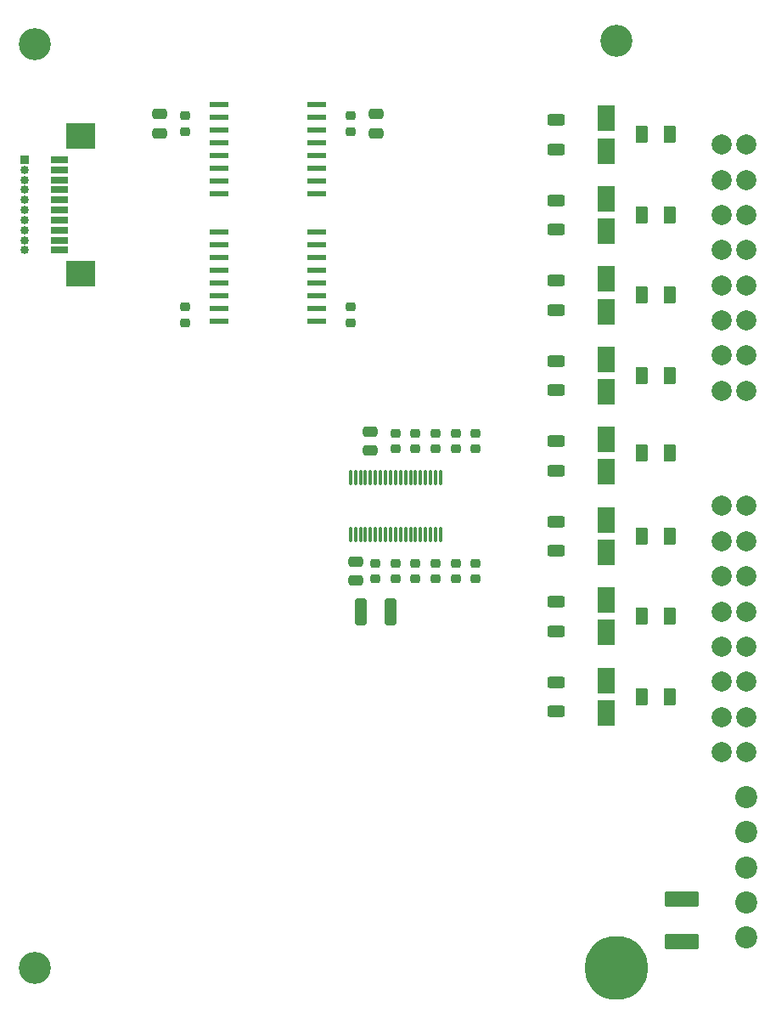
<source format=gbr>
%TF.GenerationSoftware,KiCad,Pcbnew,9.0.2*%
%TF.CreationDate,2025-05-30T08:26:37+03:00*%
%TF.ProjectId,PM-CNV_AI8-IU,504d2d43-4e56-45f4-9149-382d49552e6b,rev?*%
%TF.SameCoordinates,Original*%
%TF.FileFunction,Soldermask,Top*%
%TF.FilePolarity,Negative*%
%FSLAX46Y46*%
G04 Gerber Fmt 4.6, Leading zero omitted, Abs format (unit mm)*
G04 Created by KiCad (PCBNEW 9.0.2) date 2025-05-30 08:26:37*
%MOMM*%
%LPD*%
G01*
G04 APERTURE LIST*
G04 Aperture macros list*
%AMRoundRect*
0 Rectangle with rounded corners*
0 $1 Rounding radius*
0 $2 $3 $4 $5 $6 $7 $8 $9 X,Y pos of 4 corners*
0 Add a 4 corners polygon primitive as box body*
4,1,4,$2,$3,$4,$5,$6,$7,$8,$9,$2,$3,0*
0 Add four circle primitives for the rounded corners*
1,1,$1+$1,$2,$3*
1,1,$1+$1,$4,$5*
1,1,$1+$1,$6,$7*
1,1,$1+$1,$8,$9*
0 Add four rect primitives between the rounded corners*
20,1,$1+$1,$2,$3,$4,$5,0*
20,1,$1+$1,$4,$5,$6,$7,0*
20,1,$1+$1,$6,$7,$8,$9,0*
20,1,$1+$1,$8,$9,$2,$3,0*%
G04 Aperture macros list end*
%ADD10RoundRect,0.250000X-0.375000X-0.625000X0.375000X-0.625000X0.375000X0.625000X-0.375000X0.625000X0*%
%ADD11R,1.854200X0.482600*%
%ADD12C,3.200000*%
%ADD13R,1.651000X2.565400*%
%ADD14C,2.000000*%
%ADD15RoundRect,0.225000X0.250000X-0.225000X0.250000X0.225000X-0.250000X0.225000X-0.250000X-0.225000X0*%
%ADD16RoundRect,0.250000X-0.625000X0.312500X-0.625000X-0.312500X0.625000X-0.312500X0.625000X0.312500X0*%
%ADD17R,0.850000X0.850000*%
%ADD18O,0.850000X0.850000*%
%ADD19RoundRect,0.250000X0.325000X1.100000X-0.325000X1.100000X-0.325000X-1.100000X0.325000X-1.100000X0*%
%ADD20RoundRect,0.250000X0.475000X-0.250000X0.475000X0.250000X-0.475000X0.250000X-0.475000X-0.250000X0*%
%ADD21RoundRect,0.250000X-0.475000X0.250000X-0.475000X-0.250000X0.475000X-0.250000X0.475000X0.250000X0*%
%ADD22RoundRect,0.225000X-0.250000X0.225000X-0.250000X-0.225000X0.250000X-0.225000X0.250000X0.225000X0*%
%ADD23O,6.350000X6.350000*%
%ADD24C,2.200000*%
%ADD25R,1.803400X0.635000*%
%ADD26R,2.997200X2.590800*%
%ADD27RoundRect,0.075000X0.075000X-0.662500X0.075000X0.662500X-0.075000X0.662500X-0.075000X-0.662500X0*%
%ADD28RoundRect,0.250000X1.450000X-0.537500X1.450000X0.537500X-1.450000X0.537500X-1.450000X-0.537500X0*%
G04 APERTURE END LIST*
D10*
%TO.C,F2*%
X24600000Y29000000D03*
X27400000Y29000000D03*
%TD*%
%TO.C,F7*%
X24600000Y-11000000D03*
X27400000Y-11000000D03*
%TD*%
D11*
%TO.C,U2*%
X-17576800Y40005000D03*
X-17576800Y38735000D03*
X-17576800Y37465000D03*
X-17576800Y36195000D03*
X-17576800Y34925000D03*
X-17576800Y33655000D03*
X-17576800Y32385000D03*
X-17576800Y31115000D03*
X-7823200Y31115000D03*
X-7823200Y32385000D03*
X-7823200Y33655000D03*
X-7823200Y34925000D03*
X-7823200Y36195000D03*
X-7823200Y37465000D03*
X-7823200Y38735000D03*
X-7823200Y40005000D03*
%TD*%
D12*
%TO.C,H2*%
X22000000Y46390000D03*
%TD*%
D13*
%TO.C,D5*%
X21000000Y3387100D03*
X21000000Y6612900D03*
%TD*%
D14*
%TO.C,J5*%
X32500000Y-24500000D03*
X32500000Y-21000000D03*
X32500000Y-17500000D03*
X32500000Y-14000000D03*
X32500000Y-10500000D03*
X32500000Y-7000000D03*
X32500000Y-3500000D03*
X32500000Y0D03*
X35000000Y-24500000D03*
X35000000Y-21000000D03*
X35000000Y-17500000D03*
X35000000Y-14000000D03*
X35000000Y-10500000D03*
X35000000Y-7000000D03*
X35000000Y-3500000D03*
X35000000Y0D03*
%TD*%
D15*
%TO.C,C5*%
X-4445000Y37325000D03*
X-4445000Y38875000D03*
%TD*%
D16*
%TO.C,R6*%
X16000000Y-1537500D03*
X16000000Y-4462500D03*
%TD*%
D10*
%TO.C,F3*%
X24600000Y21000000D03*
X27400000Y21000000D03*
%TD*%
D15*
%TO.C,C13*%
X2000000Y5725000D03*
X2000000Y7275000D03*
%TD*%
D17*
%TO.C,J3*%
X-37000000Y34500000D03*
D18*
X-37000000Y33500000D03*
X-37000000Y32500000D03*
X-37000000Y31500000D03*
X-37000000Y30500000D03*
X-37000000Y29500000D03*
X-37000000Y28500000D03*
X-37000000Y27500000D03*
X-37000000Y26500000D03*
X-37000000Y25500000D03*
%TD*%
D13*
%TO.C,D3*%
X21000000Y19387100D03*
X21000000Y22612900D03*
%TD*%
D14*
%TO.C,J4*%
X32500000Y11500000D03*
X32500000Y15000000D03*
X32500000Y18500000D03*
X32500000Y22000000D03*
X32500000Y25500000D03*
X32500000Y29000000D03*
X32500000Y32500000D03*
X32500000Y36000000D03*
X35000000Y11500000D03*
X35000000Y15000000D03*
X35000000Y18500000D03*
X35000000Y22000000D03*
X35000000Y25500000D03*
X35000000Y29000000D03*
X35000000Y32500000D03*
X35000000Y36000000D03*
%TD*%
D16*
%TO.C,R1*%
X16000000Y38462500D03*
X16000000Y35537500D03*
%TD*%
D15*
%TO.C,C11*%
X0Y5725000D03*
X0Y7275000D03*
%TD*%
D16*
%TO.C,R4*%
X16000000Y14462500D03*
X16000000Y11537500D03*
%TD*%
D19*
%TO.C,C7*%
X-525000Y-10500000D03*
X-3475000Y-10500000D03*
%TD*%
D16*
%TO.C,R2*%
X16000000Y30462500D03*
X16000000Y27537500D03*
%TD*%
D20*
%TO.C,C1*%
X-23495000Y37150000D03*
X-23495000Y39050000D03*
%TD*%
D11*
%TO.C,U3*%
X-17576800Y27305000D03*
X-17576800Y26035000D03*
X-17576800Y24765000D03*
X-17576800Y23495000D03*
X-17576800Y22225000D03*
X-17576800Y20955000D03*
X-17576800Y19685000D03*
X-17576800Y18415000D03*
X-7823200Y18415000D03*
X-7823200Y19685000D03*
X-7823200Y20955000D03*
X-7823200Y22225000D03*
X-7823200Y23495000D03*
X-7823200Y24765000D03*
X-7823200Y26035000D03*
X-7823200Y27305000D03*
%TD*%
D15*
%TO.C,C3*%
X-20955000Y18275000D03*
X-20955000Y19825000D03*
%TD*%
D21*
%TO.C,C10*%
X-2500000Y7450000D03*
X-2500000Y5550000D03*
%TD*%
D22*
%TO.C,C18*%
X6000000Y-5725000D03*
X6000000Y-7275000D03*
%TD*%
D16*
%TO.C,R3*%
X16000000Y22462500D03*
X16000000Y19537500D03*
%TD*%
D22*
%TO.C,C12*%
X0Y-5725000D03*
X0Y-7275000D03*
%TD*%
D20*
%TO.C,C6*%
X-1905000Y37150000D03*
X-1905000Y39050000D03*
%TD*%
D13*
%TO.C,D2*%
X21000000Y27387100D03*
X21000000Y30612900D03*
%TD*%
D23*
%TO.C,D9*%
X22000000Y-46000000D03*
%TD*%
D24*
%TO.C,J6*%
X35000000Y-43000000D03*
X35000000Y-39500000D03*
X35000000Y-36000000D03*
X35000000Y-32500000D03*
X35000000Y-29000000D03*
%TD*%
D13*
%TO.C,D4*%
X21000000Y11387100D03*
X21000000Y14612900D03*
%TD*%
D16*
%TO.C,R5*%
X16000000Y6462500D03*
X16000000Y3537500D03*
%TD*%
D10*
%TO.C,F5*%
X24600000Y5325000D03*
X27400000Y5325000D03*
%TD*%
D25*
%TO.C,J1*%
X-33556000Y25500009D03*
X-33556000Y26500007D03*
X-33556000Y27500005D03*
X-33556000Y28500003D03*
X-33556000Y29500001D03*
X-33556000Y30499999D03*
X-33556000Y31499997D03*
X-33556000Y32499995D03*
X-33556000Y33499993D03*
X-33556000Y34499991D03*
D26*
X-31385999Y23149998D03*
X-31385999Y36850002D03*
%TD*%
D15*
%TO.C,C15*%
X6000000Y5725000D03*
X6000000Y7275000D03*
%TD*%
D12*
%TO.C,H3*%
X-36000000Y-46000000D03*
%TD*%
D16*
%TO.C,R8*%
X16000000Y-17537500D03*
X16000000Y-20462500D03*
%TD*%
D13*
%TO.C,D1*%
X21000000Y35387100D03*
X21000000Y38612900D03*
%TD*%
D22*
%TO.C,C20*%
X2000000Y-5725000D03*
X2000000Y-7275000D03*
%TD*%
D16*
%TO.C,R7*%
X16000000Y-9537500D03*
X16000000Y-12462500D03*
%TD*%
D13*
%TO.C,D6*%
X21000000Y-4612900D03*
X21000000Y-1387100D03*
%TD*%
D15*
%TO.C,C2*%
X-20955000Y37325000D03*
X-20955000Y38875000D03*
%TD*%
D22*
%TO.C,C19*%
X4000000Y-5725000D03*
X4000000Y-7275000D03*
%TD*%
D15*
%TO.C,C14*%
X4000000Y5725000D03*
X4000000Y7275000D03*
%TD*%
D22*
%TO.C,C17*%
X8000000Y-5725000D03*
X8000000Y-7275000D03*
%TD*%
D13*
%TO.C,D8*%
X21000000Y-20612900D03*
X21000000Y-17387100D03*
%TD*%
D21*
%TO.C,C9*%
X-4000000Y-5550000D03*
X-4000000Y-7450000D03*
%TD*%
D27*
%TO.C,U4*%
X-4500000Y-2862500D03*
X-4000000Y-2862500D03*
X-3500000Y-2862500D03*
X-3000000Y-2862500D03*
X-2500000Y-2862500D03*
X-2000000Y-2862500D03*
X-1500000Y-2862500D03*
X-1000000Y-2862500D03*
X-500000Y-2862500D03*
X0Y-2862500D03*
X500000Y-2862500D03*
X1000000Y-2862500D03*
X1500000Y-2862500D03*
X2000000Y-2862500D03*
X2500000Y-2862500D03*
X3000000Y-2862500D03*
X3500000Y-2862500D03*
X4000000Y-2862500D03*
X4500000Y-2862500D03*
X4500000Y2862500D03*
X4000000Y2862500D03*
X3500000Y2862500D03*
X3000000Y2862500D03*
X2500000Y2862500D03*
X2000000Y2862500D03*
X1500000Y2862500D03*
X1000000Y2862500D03*
X500000Y2862500D03*
X0Y2862500D03*
X-500000Y2862500D03*
X-1000000Y2862500D03*
X-1500000Y2862500D03*
X-2000000Y2862500D03*
X-2500000Y2862500D03*
X-3000000Y2862500D03*
X-3500000Y2862500D03*
X-4000000Y2862500D03*
X-4500000Y2862500D03*
%TD*%
D15*
%TO.C,C16*%
X8000000Y5725000D03*
X8000000Y7275000D03*
%TD*%
D10*
%TO.C,F8*%
X24600000Y-19000000D03*
X27400000Y-19000000D03*
%TD*%
D22*
%TO.C,C4*%
X-4445000Y19825000D03*
X-4445000Y18275000D03*
%TD*%
D12*
%TO.C,H1*%
X-36000000Y46000000D03*
%TD*%
D28*
%TO.C,C21*%
X28575000Y-43412500D03*
X28575000Y-39137500D03*
%TD*%
D22*
%TO.C,C8*%
X-2000000Y-5725000D03*
X-2000000Y-7275000D03*
%TD*%
D13*
%TO.C,D7*%
X21000000Y-12612900D03*
X21000000Y-9387100D03*
%TD*%
D10*
%TO.C,F6*%
X24600000Y-3000000D03*
X27400000Y-3000000D03*
%TD*%
%TO.C,F1*%
X24600000Y37000000D03*
X27400000Y37000000D03*
%TD*%
%TO.C,F4*%
X24600000Y13000000D03*
X27400000Y13000000D03*
%TD*%
M02*

</source>
